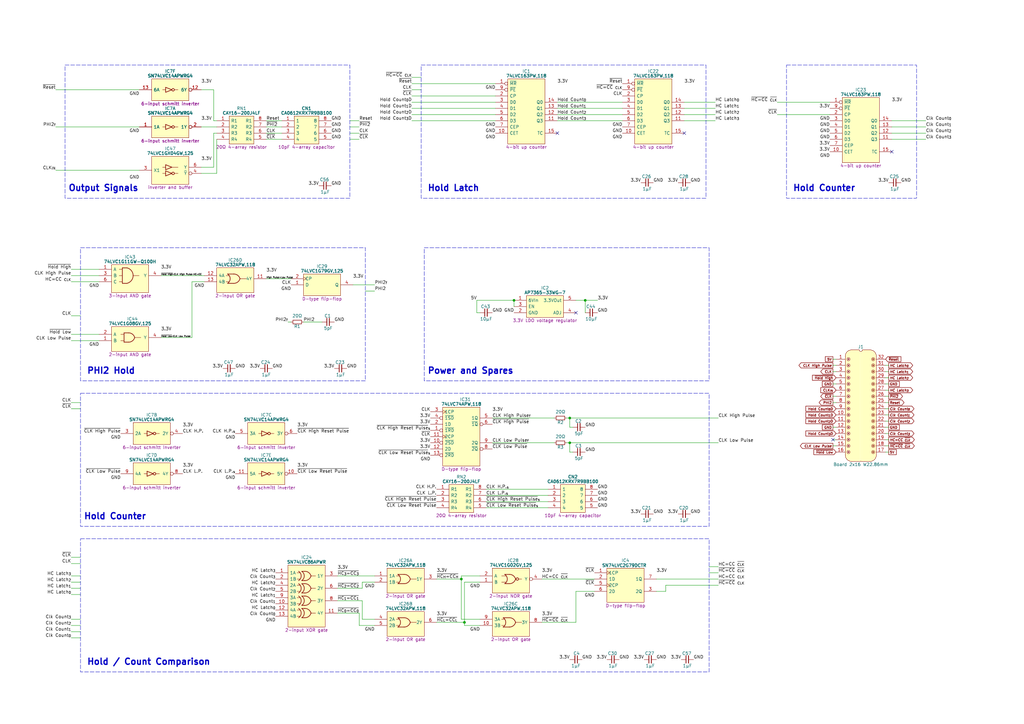
<source format=kicad_sch>
(kicad_sch (version 20250114) (generator "eeschema") (generator_version "9.0")
  (paper "A3")
  (title_block (title "HCP65 W65C816 Clock Hold") (date "2024-05-11") (rev "V1"))
  (rectangle (start 33.02 161.29) (end 290.83 215.9) (stroke (width 0) (type dash)))
  (rectangle (start 172.72 26.67) (end 289.56 81.28) (stroke (width 0) (type dash)))
  (rectangle (start 33.02 101.6) (end 149.86 156.21) (stroke (width 0) (type dash)))
  (rectangle (start 173.99 101.6) (end 290.83 156.21) (stroke (width 0) (type dash)))
  (rectangle (start 322.58 26.67) (end 375.92 81.28) (stroke (width 0) (type dash)))
  (rectangle (start 26.67 26.67) (end 143.51 81.28) (stroke (width 0) (type dash)))
  (rectangle (start 33.02 220.98) (end 290.83 275.59) (stroke (width 0) (type dash)))
  (text "Output Signals" (at 27.94 78.74 0) (effects (font (size 2.54 2.54) (thickness 0.508) (bold yes)) (justify left bottom)))
  (text "Power and Spares" (at 175.26 153.67 0) (effects (font (size 2.54 2.54) (thickness 0.508) (bold yes)) (justify left bottom)))
  (text "Hold Counter" (at 325.12 78.74 0) (effects (font (size 2.54 2.54) (thickness 0.508) (bold yes)) (justify left bottom)))
  (text "PHI2 Hold" (at 35.56 153.67 0) (effects (font (size 2.54 2.54) (thickness 0.508) (bold yes)) (justify left bottom)))
  (text "Hold / Count Comparison" (at 35.56 273.05 0) (effects (font (size 2.54 2.54) (thickness 0.508) (bold yes)) (justify left bottom)))
  (text "Hold Counter" (at 34.29 213.36 0) (effects (font (size 2.54 2.54) (thickness 0.508) (bold yes)) (justify left bottom)))
  (text "Hold Latch" (at 175.26 78.74 0) (effects (font (size 2.54 2.54) (thickness 0.508) (bold yes)) (justify left bottom)))
  (junction (at 189.23 237.49))
  (junction (at 210.82 123.19))
  (junction (at 190.5 255.27))
  (junction (at 233.68 171.45))
  (junction (at 240.03 123.19))
  (junction (at 233.68 181.61))
  (no_connect (at 341.63 180.34))
  (no_connect (at 228.6 54.61))
  (no_connect (at 280.67 54.61))
  (no_connect (at 236.22 128.27))
  (no_connect (at 365.76 62.23))
  (wire (pts (xy 379.73 57.15) (xy 365.76 57.15)))
  (wire (pts (xy 341.63 182.88) (xy 342.9 182.88)))
  (wire (pts (xy 363.22 149.86) (xy 364.49 149.86)))
  (wire (pts (xy 233.68 181.61) (xy 294.64 181.61)))
  (wire (pts (xy 341.63 147.32) (xy 342.9 147.32)))
  (wire (pts (xy 29.21 165.1) (xy 33.02 165.1)))
  (wire (pts (xy 168.91 44.45) (xy 203.2 44.45)))
  (wire (pts (xy 29.21 110.49) (xy 40.64 110.49)))
  (wire (pts (xy 236.22 255.27) (xy 222.25 255.27)))
  (wire (pts (xy 29.21 167.64) (xy 33.02 167.64)))
  (wire (pts (xy 148.59 254) (xy 153.67 254)))
  (wire (pts (xy 189.23 237.49) (xy 189.23 254)))
  (wire (pts (xy 222.25 237.49) (xy 243.84 237.49)))
  (wire (pts (xy 233.68 171.45) (xy 233.68 175.26)))
  (wire (pts (xy 233.68 175.26) (xy 234.95 175.26)))
  (wire (pts (xy 243.84 242.57) (xy 236.22 242.57)))
  (wire (pts (xy 29.21 113.03) (xy 40.64 113.03)))
  (wire (pts (xy 228.6 49.53) (xy 255.27 49.53)))
  (wire (pts (xy 189.23 236.22) (xy 196.85 236.22)))
  (wire (pts (xy 78.74 115.57) (xy 78.74 138.43)))
  (wire (pts (xy 341.63 149.86) (xy 342.9 149.86)))
  (wire (pts (xy 363.22 165.1) (xy 364.49 165.1)))
  (wire (pts (xy 228.6 44.45) (xy 255.27 44.45)))
  (wire (pts (xy 294.64 240.03) (xy 273.05 240.03)))
  (wire (pts (xy 148.59 238.76) (xy 153.67 238.76)))
  (wire (pts (xy 33.02 236.22) (xy 29.21 236.22)))
  (wire (pts (xy 168.91 31.75) (xy 172.72 31.75)))
  (wire (pts (xy 29.21 139.7) (xy 40.64 139.7)))
  (wire (pts (xy 33.02 261.62) (xy 29.21 261.62)))
  (wire (pts (xy 293.37 49.53) (xy 280.67 49.53)))
  (wire (pts (xy 88.9 57.15) (xy 88.9 71.12)))
  (wire (pts (xy 29.21 129.54) (xy 33.02 129.54)))
  (wire (pts (xy 138.43 251.46) (xy 147.32 251.46)))
  (wire (pts (xy 190.5 256.54) (xy 190.5 255.27)))
  (wire (pts (xy 33.02 241.3) (xy 29.21 241.3)))
  (wire (pts (xy 29.21 115.57) (xy 40.64 115.57)))
  (wire (pts (xy 364.49 175.26) (xy 363.22 175.26)))
  (wire (pts (xy 143.51 57.15) (xy 147.32 57.15)))
  (wire (pts (xy 83.82 115.57) (xy 78.74 115.57)))
  (wire (pts (xy 195.58 128.27) (xy 196.85 128.27)))
  (wire (pts (xy 143.51 49.53) (xy 147.32 49.53)))
  (wire (pts (xy 363.22 170.18) (xy 364.49 170.18)))
  (wire (pts (xy 363.22 160.02) (xy 364.49 160.02)))
  (wire (pts (xy 363.22 167.64) (xy 364.49 167.64)))
  (wire (pts (xy 168.91 39.37) (xy 203.2 39.37)))
  (wire (pts (xy 33.02 259.08) (xy 29.21 259.08)))
  (wire (pts (xy 363.22 182.88) (xy 364.49 182.88)))
  (wire (pts (xy 199.39 203.2) (xy 224.79 203.2)))
  (wire (pts (xy 179.07 255.27) (xy 190.5 255.27)))
  (wire (pts (xy 153.67 116.84) (xy 144.78 116.84)))
  (wire (pts (xy 341.63 157.48) (xy 342.9 157.48)))
  (wire (pts (xy 240.03 128.27) (xy 240.03 123.19)))
  (wire (pts (xy 363.22 152.4) (xy 364.49 152.4)))
  (wire (pts (xy 33.02 254) (xy 29.21 254)))
  (wire (pts (xy 228.6 46.99) (xy 255.27 46.99)))
  (wire (pts (xy 66.04 113.03) (xy 83.82 113.03)))
  (wire (pts (xy 88.9 71.12) (xy 82.55 71.12)))
  (wire (pts (xy 33.02 238.76) (xy 29.21 238.76)))
  (wire (pts (xy 318.77 46.99) (xy 340.36 46.99)))
  (wire (pts (xy 195.58 123.19) (xy 195.58 128.27)))
  (wire (pts (xy 379.73 52.07) (xy 365.76 52.07)))
  (wire (pts (xy 143.51 54.61) (xy 147.32 54.61)))
  (wire (pts (xy 138.43 241.3) (xy 148.59 241.3)))
  (wire (pts (xy 233.68 171.45) (xy 294.64 171.45)))
  (wire (pts (xy 201.93 181.61) (xy 227.33 181.61)))
  (wire (pts (xy 364.49 177.8) (xy 363.22 177.8)))
  (wire (pts (xy 29.21 231.14) (xy 33.02 231.14)))
  (wire (pts (xy 199.39 200.66) (xy 224.79 200.66)))
  (wire (pts (xy 22.86 69.85) (xy 57.15 69.85)))
  (wire (pts (xy 168.91 46.99) (xy 203.2 46.99)))
  (wire (pts (xy 379.73 54.61) (xy 365.76 54.61)))
  (wire (pts (xy 88.9 54.61) (xy 87.63 54.61)))
  (wire (pts (xy 199.39 205.74) (xy 224.79 205.74)))
  (wire (pts (xy 87.63 36.83) (xy 87.63 49.53)))
  (wire (pts (xy 273.05 240.03) (xy 273.05 242.57)))
  (wire (pts (xy 168.91 41.91) (xy 203.2 41.91)))
  (wire (pts (xy 168.91 36.83) (xy 172.72 36.83)))
  (wire (pts (xy 293.37 46.99) (xy 280.67 46.99)))
  (wire (pts (xy 189.23 237.49) (xy 179.07 237.49)))
  (wire (pts (xy 87.63 68.58) (xy 82.55 68.58)))
  (wire (pts (xy 236.22 242.57) (xy 236.22 255.27)))
  (wire (pts (xy 147.32 256.54) (xy 153.67 256.54)))
  (wire (pts (xy 318.77 41.91) (xy 340.36 41.91)))
  (wire (pts (xy 293.37 44.45) (xy 280.67 44.45)))
  (wire (pts (xy 364.49 162.56) (xy 363.22 162.56)))
  (wire (pts (xy 143.51 52.07) (xy 147.32 52.07)))
  (wire (pts (xy 341.63 162.56) (xy 342.9 162.56)))
  (wire (pts (xy 201.93 171.45) (xy 227.33 171.45)))
  (wire (pts (xy 190.5 238.76) (xy 190.5 255.27)))
  (wire (pts (xy 364.49 185.42) (xy 363.22 185.42)))
  (wire (pts (xy 109.22 114.3) (xy 119.38 114.3)))
  (wire (pts (xy 148.59 246.38) (xy 148.59 254)))
  (wire (pts (xy 147.32 251.46) (xy 147.32 256.54)))
  (wire (pts (xy 118.11 132.08) (xy 119.38 132.08)))
  (wire (pts (xy 210.82 123.19) (xy 210.82 125.73)))
  (wire (pts (xy 82.55 36.83) (xy 87.63 36.83)))
  (wire (pts (xy 290.83 234.95) (xy 294.64 234.95)))
  (wire (pts (xy 199.39 208.28) (xy 224.79 208.28)))
  (wire (pts (xy 290.83 232.41) (xy 294.64 232.41)))
  (wire (pts (xy 138.43 246.38) (xy 148.59 246.38)))
  (wire (pts (xy 196.85 256.54) (xy 190.5 256.54)))
  (wire (pts (xy 233.68 171.45) (xy 232.41 171.45)))
  (wire (pts (xy 363.22 180.34) (xy 364.49 180.34)))
  (wire (pts (xy 82.55 52.07) (xy 88.9 52.07)))
  (wire (pts (xy 195.58 123.19) (xy 210.82 123.19)))
  (wire (pts (xy 22.86 52.07) (xy 57.15 52.07)))
  (wire (pts (xy 168.91 49.53) (xy 203.2 49.53)))
  (wire (pts (xy 233.68 185.42) (xy 234.95 185.42)))
  (wire (pts (xy 115.57 49.53) (xy 109.22 49.53)))
  (wire (pts (xy 236.22 123.19) (xy 240.03 123.19)))
  (wire (pts (xy 87.63 54.61) (xy 87.63 68.58)))
  (wire (pts (xy 33.02 243.84) (xy 29.21 243.84)))
  (wire (pts (xy 149.86 119.38) (xy 153.67 119.38)))
  (wire (pts (xy 148.59 241.3) (xy 148.59 238.76)))
  (wire (pts (xy 196.85 254) (xy 189.23 254)))
  (wire (pts (xy 87.63 49.53) (xy 88.9 49.53)))
  (wire (pts (xy 189.23 236.22) (xy 189.23 237.49)))
  (wire (pts (xy 29.21 228.6) (xy 33.02 228.6)))
  (wire (pts (xy 363.22 154.94) (xy 364.49 154.94)))
  (wire (pts (xy 293.37 41.91) (xy 280.67 41.91)))
  (wire (pts (xy 22.86 36.83) (xy 57.15 36.83)))
  (wire (pts (xy 66.04 138.43) (xy 78.74 138.43)))
  (wire (pts (xy 233.68 181.61) (xy 233.68 185.42)))
  (wire (pts (xy 240.03 123.19) (xy 245.11 123.19)))
  (wire (pts (xy 168.91 34.29) (xy 203.2 34.29)))
  (wire (pts (xy 124.46 132.08) (xy 132.08 132.08)))
  (wire (pts (xy 115.57 54.61) (xy 109.22 54.61)))
  (wire (pts (xy 341.63 165.1) (xy 342.9 165.1)))
  (wire (pts (xy 228.6 41.91) (xy 255.27 41.91)))
  (wire (pts (xy 341.63 180.34) (xy 342.9 180.34)))
  (wire (pts (xy 364.49 157.48) (xy 363.22 157.48)))
  (wire (pts (xy 196.85 238.76) (xy 190.5 238.76)))
  (wire (pts (xy 115.57 57.15) (xy 109.22 57.15)))
  (wire (pts (xy 138.43 236.22) (xy 153.67 236.22)))
  (wire (pts (xy 341.63 175.26) (xy 342.9 175.26)))
  (wire (pts (xy 33.02 256.54) (xy 29.21 256.54)))
  (wire (pts (xy 294.64 237.49) (xy 269.24 237.49)))
  (wire (pts (xy 341.63 152.4) (xy 342.9 152.4)))
  (wire (pts (xy 29.21 137.16) (xy 40.64 137.16)))
  (wire (pts (xy 115.57 52.07) (xy 109.22 52.07)))
  (wire (pts (xy 273.05 242.57) (xy 269.24 242.57)))
  (wire (pts (xy 233.68 181.61) (xy 232.41 181.61)))
  (wire (pts (xy 363.22 172.72) (xy 364.49 172.72)))
  (wire (pts (xy 379.73 49.53) (xy 365.76 49.53)))
  (label "3.3V" (at 121.92 191.77 0))
  (label "GND" (at 238.76 270.51 0))
  (label "~{CLK Low Pulse}" (at 201.93 184.15 0))
  (label "GND" (at 267.97 74.93 0))
  (label "GND" (at 203.2 57.15 180))
  (label "~{CLK High Reset Pulse}" (at 179.07 205.74 180))
  (label "3.3V" (at 82.55 66.04 0))
  (label "HC=CC _{CLK}" (at 29.21 115.57 180))
  (label "3.3V" (at 279.4 270.51 180))
  (label "GND" (at 340.36 57.15 180))
  (label "3.3V" (at 245.11 123.19 0))
  (label "GND" (at 240.03 185.42 0))
  (label "GND" (at 245.11 128.27 0))
  (label "HC=CC _{CLK}" (at 294.64 237.49 0))
  (label "CLK L.P._{s}" (at 199.39 203.2 0))
  (label "HC Latch_{3}" (at 113.03 234.95 180))
  (label "GND" (at 203.2 54.61 180))
  (label "GND" (at 57.15 39.37 180))
  (label "3.3V" (at 364.49 74.93 180))
  (label "GND" (at 369.57 74.93 0))
  (label "~{HC_{3}=CC_{3}}" (at 138.43 236.22 0))
  (label "~{CLK High Reset Pulse}_{s}" (at 199.39 205.74 0))
  (label "~{CLK}" (at 176.53 179.07 180))
  (label "GND" (at 340.36 49.53 180))
  (label "GND" (at 111.76 151.13 0))
  (label "~{HC_{1}=CC_{1}}" (at 138.43 246.38 0))
  (label "GND" (at 267.97 210.82 0))
  (label "3.3V" (at 233.68 270.51 180))
  (label "GND" (at 245.11 203.2 0))
  (label "GND" (at 135.89 49.53 0))
  (label "3.3V" (at 179.07 234.95 0))
  (label "GND" (at 57.15 73.66 180))
  (label "GND" (at 119.38 119.38 180))
  (label "Clk Count_{2}" (at 379.73 54.61 0))
  (label "~{HC_{H}=CC_{H}}" (at 179.07 237.49 0))
  (label "3.3V" (at 176.53 184.15 180))
  (label "GND" (at 245.11 200.66 0))
  (label "3.3V" (at 365.76 41.91 0))
  (label "HC Latch_{1}" (at 29.21 241.3 180))
  (label "CLK" (at 255.27 39.37 180))
  (label "CLK High Pulse" (at 29.21 113.03 180))
  (label "~{HC_{0}=CC_{0}}" (at 138.43 251.46 0))
  (label "CLK_{IN}" (at 22.86 69.85 180))
  (label "CLK" (at 29.21 165.1 180))
  (label "GND" (at 255.27 52.07 180))
  (label "3.3V" (at 121.92 175.26 0))
  (label "HC Latch_{3}" (at 29.21 236.22 180))
  (label "Clk Count_{0}" (at 113.03 252.73 180))
  (label "GND" (at 269.24 270.51 0))
  (label "GND" (at 201.93 128.27 0))
  (label "Hold Count_{1}" (at 228.6 44.45 0))
  (label "~{CLK}" (at 318.77 46.99 180))
  (label "Clk Count_{2}" (at 113.03 242.57 180))
  (label "3.3V" (at 222.25 252.73 0))
  (label "CLK" (at 176.53 168.91 180))
  (label "HC Latch_{0}" (at 29.21 243.84 180))
  (label "GND" (at 83.82 118.11 180))
  (label "GND" (at 96.52 180.34 180))
  (label "~{HC_{L}=CC_{L}}" (at 179.07 255.27 0))
  (label "3.3V" (at 179.07 252.73 0))
  (label "~{CLK High Reset Pulse}" (at 121.92 177.8 0))
  (label "CLK High Pulse" (at 294.64 171.45 0))
  (label "~{CLK}" (at 168.91 39.37 180))
  (label "GND" (at 96.52 196.85 180))
  (label "CLK H.P._{s}" (at 96.52 177.8 180))
  (label "~{HC=CC} _{~{CLK}}" (at 318.77 41.91 180))
  (label "GND" (at 284.48 270.51 0))
  (label "GND" (at 245.11 208.28 0))
  (label "PHI2_{f}" (at 22.86 52.07 180))
  (label "GND" (at 96.52 151.13 0))
  (label "GND" (at 283.21 74.93 0))
  (label "PHI2_{f}" (at 153.67 116.84 0))
  (label "GND" (at 153.67 259.08 180))
  (label "3.3V" (at 138.43 233.68 0))
  (label "Hold Count_{1}D" (at 168.91 44.45 180))
  (label "CLK" (at 119.38 116.84 180))
  (label "3.3V" (at 340.36 62.23 180))
  (label "~{Reset}" (at 168.91 34.29 180))
  (label "Hold Count_{0}" (at 228.6 41.91 0))
  (label "3.3V" (at 176.53 171.45 180))
  (label "Hold Count_{2}" (at 228.6 46.99 0))
  (label "~{HC=CC} _{~{CLK}}" (at 222.25 255.27 0))
  (label "GND" (at 340.36 52.07 180))
  (label "Reset" (at 109.22 49.53 0))
  (label "~{HC_{2}=CC_{2}}" (at 138.43 241.3 0))
  (label "Clk Count_{1}" (at 379.73 52.07 0))
  (label "~{HC=CC} _{CLK}" (at 168.91 31.75 180))
  (label "~{CLK High Reset Pulse}_{s}" (at 176.53 176.53 180))
  (label "3.3V" (at 228.6 34.29 0))
  (label "3.3V" (at 248.92 270.51 180))
  (label "HC=CC _{~{CLK}}" (at 294.64 232.41 0))
  (label "Clk Count_{3}" (at 29.21 254 180))
  (label "GND" (at 40.64 118.11 180))
  (label "GND" (at 57.15 54.61 180))
  (label "CLK" (at 109.22 54.61 0))
  (label "CLK H.P." (at 179.07 200.66 180))
  (label "GND" (at 176.53 189.23 180))
  (label "3.3V" (at 91.44 151.13 180))
  (label "Clk Count_{0}" (at 29.21 261.62 180))
  (label "3.3V" (at 82.55 49.53 0))
  (label "3.3V" (at 130.81 76.2 180))
  (label "~{HC=CC} _{~{CLK}}" (at 294.64 234.95 0))
  (label "3.3V" (at 82.55 34.29 0))
  (label "Hold Count_{3}" (at 228.6 49.53 0))
  (label "PHI2" (at 153.67 119.38 0))
  (label "3.3V" (at 74.93 191.77 0))
  (label "3.3V" (at 106.68 151.13 180))
  (label "PHI2" (at 124.46 132.08 0))
  (label "3.3V" (at 109.22 111.76 0))
  (label "3.3V" (at 278.13 210.82 180))
  (label "~{Hold High}" (at 29.21 110.49 180))
  (label "~{CLK Low Reset Pulse}_{s}" (at 176.53 186.69 180))
  (label "~{Hold Low}" (at 29.21 137.16 180))
  (label "HC Latch_{2}" (at 113.03 240.03 180))
  (label "Hold Count_{2}D" (at 168.91 46.99 180))
  (label "HC Latch_{0}" (at 113.03 250.19 180))
  (label "~{Reset}" (at 255.27 34.29 180))
  (label "GND" (at 49.53 196.85 180))
  (label "GND" (at 153.67 241.3 180))
  (label "CLK" (at 147.32 54.61 0))
  (label "HC=CC _{~{CLK}}" (at 222.25 237.49 0))
  (label "GND" (at 113.03 255.27 180))
  (label "3.3V" (at 264.16 270.51 180))
  (label "3.3V" (at 222.25 234.95 0))
  (label "3.3V" (at 66.04 110.49 0))
  (label "GND" (at 340.36 54.61 180))
  (label "HC Latch_{3}" (at 293.37 49.53 0))
  (label "3.3V" (at 269.24 234.95 0))
  (label "3.3V" (at 278.13 74.93 180))
  (label "~{CLK}" (at 147.32 57.15 0))
  (label "GND" (at 203.2 52.07 180))
  (label "~{Reset}" (at 22.86 36.83 180))
  (label "CLK" (at 168.91 36.83 180))
  (label "GND" (at 255.27 54.61 180))
  (label "Reset" (at 147.32 49.53 0))
  (label "~{CLK Low Reset Pulse}" (at 179.07 208.28 180))
  (label "~{CLK Low Pulse}" (at 49.53 194.31 180))
  (label "Hold Count_{0}D" (at 168.91 41.91 180))
  (label "3.3V" (at 176.53 173.99 180))
  (label "GND" (at 137.16 132.08 0))
  (label "GND" (at 196.85 241.3 180))
  (label "HC Latch_{0}" (at 293.37 41.91 0))
  (label "GND" (at 135.89 52.07 0))
  (label "GND" (at 40.64 142.24 180))
  (label "GND" (at 135.89 76.2 0))
  (label "~{Hold High}·CLK High Pulse·HC=CC" (at 66.04 113.03 0) (effects (font (size 0.635 0.635))))
  (label "GND" (at 340.36 64.77 180))
  (label "3.3V" (at 137.16 151.13 180))
  (label "~{HC=CC} _{CLK}" (at 255.27 36.83 180))
  (label "~{CLK}" (at 243.84 234.95 180))
  (label "~{CLK Low Reset Pulse}" (at 121.92 194.31 0))
  (label "High Pulse+Low Pulse" (at 109.22 114.3 0) (effects (font (size 0.635 0.635))))
  (label "CLK H.P._{s}" (at 199.39 200.66 0))
  (label "GND" (at 255.27 57.15 180))
  (label "~{PHI2}" (at 147.32 52.07 0))
  (label "~{CLK Low Reset Pulse}_{s}" (at 199.39 208.28 0))
  (label "GND" (at 254 270.51 0))
  (label "5V" (at 195.58 123.19 180))
  (label "GND" (at 283.21 210.82 0))
  (label "GND" (at 245.11 205.74 0))
  (label "~{CLK}" (at 243.84 240.03 180))
  (label "3.3V" (at 144.78 114.3 0))
  (label "CLK" (at 29.21 231.14 180))
  (label "3.3V" (at 66.04 135.89 0))
  (label "~{PHI2}" (at 109.22 52.07 0))
  (label "~{CLK}" (at 29.21 167.64 180))
  (label "Clk Count_{1}" (at 113.03 247.65 180))
  (label "Clk Count_{1}" (at 29.21 259.08 180))
  (label "CLK Low Pulse" (at 294.64 181.61 0))
  (label "CLK L.P." (at 74.93 194.31 0))
  (label "HC Latch_{2}" (at 293.37 46.99 0))
  (label "3.3V" (at 262.89 74.93 180))
  (label "Hold Count_{3}D" (at 168.91 49.53 180))
  (label "GND" (at 243.84 245.11 180))
  (label "CLK High Pulse_{f}" (at 201.93 171.45 0))
  (label "3.3V" (at 280.67 34.29 0))
  (label "~{CLK}" (at 109.22 57.15 0))
  (label "CLK H.P." (at 74.93 177.8 0))
  (label "3.3V" (at 74.93 175.26 0))
  (label "HC Latch_{2}" (at 29.21 238.76 180))
  (label "GND" (at 203.2 36.83 180))
  (label "GND" (at 49.53 180.34 180))
  (label "GND" (at 240.03 175.26 0))
  (label "Clk Count_{3}" (at 379.73 57.15 0))
  (label "~{CLK}" (at 29.21 228.6 180))
  (label "CLK L.P._{s}" (at 96.52 194.31 180))
  (label "CLK Low Pulse" (at 29.21 139.7 180))
  (label "CLK" (at 29.21 129.54 180))
  (label "3.3V" (at 262.89 210.82 180))
  (label "3.3V" (at 340.36 44.45 180))
  (label "3.3V" (at 176.53 181.61 180))
  (label "HC Latch_{1}" (at 113.03 245.11 180))
  (label "GND" (at 142.24 151.13 0))
  (label "GND" (at 135.89 54.61 0))
  (label "3.3V" (at 201.93 168.91 0))
  (label "PHI2_{f}" (at 118.11 132.08 180))
  (label "GND" (at 210.82 128.27 180))
  (label "~{CLK High Pulse}" (at 201.93 173.99 0))
  (label "Clk Count_{2}" (at 29.21 256.54 180))
  (label "GND" (at 135.89 57.15 0))
  (label "Clk Count_{3}" (at 113.03 237.49 180))
  (label "~{Hold Low}·CLK Low Pulse" (at 66.04 138.43 0) (effects (font (size 0.635 0.635))))
  (label "GND" (at 196.85 259.08 180))
  (label "~{CLK High Pulse}" (at 49.53 177.8 180))
  (label "CLK Low Pulse_{f}" (at 201.93 181.61 0))
  (label "~{HC=CC} _{CLK}" (at 294.64 240.03 0))
  (label "3.3V" (at 340.36 59.69 180))
  (label "CLK L.P." (at 179.07 203.2 180))
  (label "HC Latch_{1}" (at 293.37 44.45 0))
  (label "Clk Count_{0}" (at 379.73 49.53 0))
  (global_label "CLK_{IN}" (shape input) (at 342.9 160.02 180) (effects (font (size 1 1) (thickness 0.2) (bold yes))) (property "Intersheetrefs" "${INTERSHEET_REFS}" (effects (hide yes))))
  (global_label "Clk Count_{1}" (shape output) (at 364.49 170.18 0) (effects (font (size 1 1) (thickness 0.2) (bold yes) (italic yes))) (property "Intersheetrefs" "${INTERSHEET_REFS}" (effects (hide yes))))
  (global_label "Clk Count_{3}" (shape output) (at 364.49 177.8 0) (effects (font (size 1 1) (thickness 0.2) (bold yes) (italic yes))) (property "Intersheetrefs" "${INTERSHEET_REFS}" (effects (hide yes))))
  (global_label "5V" (shape passive) (at 364.49 185.42 0) (effects (font (size 1 1) (thickness 0.2) (bold yes))) (property "Intersheetrefs" "${INTERSHEET_REFS}" (effects (hide yes))))
  (global_label "Clk Count_{2}" (shape output) (at 364.49 172.72 0) (effects (font (size 1 1) (thickness 0.2) (bold yes) (italic yes))) (property "Intersheetrefs" "${INTERSHEET_REFS}" (effects (hide yes))))
  (global_label "~{Hold Low}" (shape input) (at 342.9 185.42 180) (effects (font (size 1 1) (thickness 0.2) (bold yes))) (property "Intersheetrefs" "${INTERSHEET_REFS}" (effects (hide yes))))
  (global_label "~{CLK}" (shape output) (at 341.63 162.56 180) (effects (font (size 1 1) (thickness 0.2) (bold yes))) (property "Intersheetrefs" "${INTERSHEET_REFS}" (effects (hide yes))))
  (global_label "~{Hold High}" (shape input) (at 342.9 154.94 180) (effects (font (size 1 1) (thickness 0.2) (bold yes))) (property "Intersheetrefs" "${INTERSHEET_REFS}" (effects (hide yes))))
  (global_label "5V" (shape passive) (at 341.63 147.32 180) (effects (font (size 1 1) (thickness 0.2) (bold yes))) (property "Intersheetrefs" "${INTERSHEET_REFS}" (effects (hide yes))))
  (global_label "Hold Count_{1}D" (shape input) (at 342.9 170.18 180) (effects (font (size 1 1) (thickness 0.2) (bold yes))) (property "Intersheetrefs" "${INTERSHEET_REFS}" (effects (hide yes))))
  (global_label "PHI2" (shape output) (at 341.63 165.1 180) (effects (font (size 1 1) (thickness 0.2) (bold yes))) (property "Intersheetrefs" "${INTERSHEET_REFS}" (effects (hide yes))))
  (global_label "GND" (shape passive) (at 364.49 157.48 0) (effects (font (size 1 1) (thickness 0.2) (bold yes))) (property "Intersheetrefs" "${INTERSHEET_REFS}" (effects (hide yes))))
  (global_label "GND" (shape passive) (at 364.49 175.26 0) (effects (font (size 1 1) (thickness 0.2) (bold yes))) (property "Intersheetrefs" "${INTERSHEET_REFS}" (effects (hide yes))))
  (global_label "Hold Count_{0}D" (shape input) (at 342.9 167.64 180) (effects (font (size 1 1) (thickness 0.2) (bold yes))) (property "Intersheetrefs" "${INTERSHEET_REFS}" (effects (hide yes))))
  (global_label "CLK" (shape output) (at 341.63 152.4 180) (effects (font (size 1 1) (thickness 0.2) (bold yes))) (property "Intersheetrefs" "${INTERSHEET_REFS}" (effects (hide yes))))
  (global_label "Hold Count_{3}D" (shape input) (at 342.9 177.8 180) (effects (font (size 1 1) (thickness 0.2) (bold yes))) (property "Intersheetrefs" "${INTERSHEET_REFS}" (effects (hide yes))))
  (global_label "GND" (shape passive) (at 341.63 157.48 180) (effects (font (size 1 1) (thickness 0.2) (bold yes))) (property "Intersheetrefs" "${INTERSHEET_REFS}" (effects (hide yes))))
  (global_label "GND" (shape passive) (at 341.63 175.26 180) (effects (font (size 1 1) (thickness 0.2) (bold yes))) (property "Intersheetrefs" "${INTERSHEET_REFS}" (effects (hide yes))))
  (global_label "~{HC=CC} _{~{CLK}}" (shape output) (at 364.49 182.88 0) (effects (font (size 1 1) (thickness 0.2) (bold yes) (italic yes))) (property "Intersheetrefs" "${INTERSHEET_REFS}" (effects (hide yes))))
  (global_label "~{Reset}" (shape input) (at 363.22 147.32 0) (effects (font (size 1 1) (thickness 0.2) (bold yes))) (property "Intersheetrefs" "${INTERSHEET_REFS}" (effects (hide yes))))
  (global_label "Hold Count_{2}D" (shape input) (at 342.9 172.72 180) (effects (font (size 1 1) (thickness 0.2) (bold yes))) (property "Intersheetrefs" "${INTERSHEET_REFS}" (effects (hide yes))))
  (global_label "Clk Count_{0}" (shape output) (at 364.49 167.64 0) (effects (font (size 1 1) (thickness 0.2) (bold yes) (italic yes))) (property "Intersheetrefs" "${INTERSHEET_REFS}" (effects (hide yes))))
  (global_label "HC Latch_{1}" (shape output) (at 364.49 152.4 0) (effects (font (size 1 1) (thickness 0.2) (bold yes) (italic yes))) (property "Intersheetrefs" "${INTERSHEET_REFS}" (effects (hide yes))))
  (global_label "CLK Low Pulse" (shape output) (at 341.63 182.88 180) (effects (font (size 1 1) (thickness 0.2) (bold yes) (italic yes))) (property "Intersheetrefs" "${INTERSHEET_REFS}" (effects (hide yes))))
  (global_label "HC Latch_{3}" (shape output) (at 364.49 160.02 0) (effects (font (size 1 1) (thickness 0.2) (bold yes) (italic yes))) (property "Intersheetrefs" "${INTERSHEET_REFS}" (effects (hide yes))))
  (global_label "HC Latch_{2}" (shape output) (at 364.49 154.94 0) (effects (font (size 1 1) (thickness 0.2) (bold yes) (italic yes))) (property "Intersheetrefs" "${INTERSHEET_REFS}" (effects (hide yes))))
  (global_label "Reset" (shape output) (at 364.49 165.1 0) (effects (font (size 1 1) (thickness 0.2) (bold yes))) (property "Intersheetrefs" "${INTERSHEET_REFS}" (effects (hide yes))))
  (global_label "HC Latch_{0}" (shape output) (at 364.49 149.86 0) (effects (font (size 1 1) (thickness 0.2) (bold yes) (italic yes))) (property "Intersheetrefs" "${INTERSHEET_REFS}" (effects (hide yes))))
  (global_label "CLK High Pulse" (shape output) (at 341.63 149.86 180) (effects (font (size 1 1) (thickness 0.2) (bold yes) (italic yes))) (property "Intersheetrefs" "${INTERSHEET_REFS}" (effects (hide yes))))
  (global_label "HC=CC _{~{CLK}}" (shape output) (at 364.49 180.34 0) (effects (font (size 1 1) (thickness 0.2) (bold yes) (italic yes))) (property "Intersheetrefs" "${INTERSHEET_REFS}" (effects (hide yes))))
  (global_label "~{PHI2}" (shape output) (at 364.49 162.56 0) (effects (font (size 1 1) (thickness 0.2) (bold yes))) (property "Intersheetrefs" "${INTERSHEET_REFS}" (effects (hide yes))))
  (symbol (lib_id "Bourns:CAY16-200J4LF") (at 88.9 49.53 0) (unit 1)
    (property "Reference" "RN1" (at 99.06 44.45 0))
    (property "Value" "CAY16-200J4LF" (at 99.06 46.355 0) (effects (font (bold yes))))
    (property "Footprint" "SamacSys_Parts:CAY16-F4" (effects (hide yes)))
    (property "Datasheet" "https://www.bourns.com/pdfs/CATCAY.pdf" (effects (hide yes)))
    (property "Description" "20Ω 4-array resistor" (at 99.06 60.325 0))
    (property "Manufacturer_Name" "Bourns" (effects (hide yes)))
    (property "Manufacturer_Part_Number" "CAY16-331J4LF" (effects (hide yes)))
    (property "Mouser Part Number" "652-CAY16-331J4LF" (effects (hide yes)))
    (property "Mouser Price/Stock" "https://www.mouser.co.uk/ProductDetail/Bourns/CAY16-331J4LF?qs=S%2FtQCknEyz%2FCCx8IkpB2bQ%3D%3D" (effects (hide yes)))
    (property "Silkscreen" "20Ω" (effects (hide yes)))
  )
  (symbol (lib_id "Texas_Instruments:SN74LVC14APWRG4 _Multi") (at 96.52 177.8 0) (unit 3)
    (property "Reference" "IC7" (at 109.22 170.18 0))
    (property "Value" "SN74LVC14APWRG4" (at 109.22 172.085 0) (effects (font (bold yes))))
    (property "Footprint" "SamacSys_Parts:SOP65P640X110-14N" (effects (hide yes)))
    (property "Datasheet" "https://www.ti.com/lit/ds/symlink/sn54lvc14a-sp.pdf?HQS=dis-mous-null-mousermode-dsf-pf-null-wwe&ts=1698388139196&ref_url=https%253A%252F%252Fwww.mouser.de%252F" (effects (hide yes)))
    (property "Description" "6-input schmitt inverter" (at 109.22 183.515 0))
    (property "Height" "1.1" (effects (hide yes)))
    (property "Manufacturer_Name" "Nexperia" (effects (hide yes)))
    (property "Manufacturer_Part_Number" "SN74LVC14APWRG4 " (effects (hide yes)))
    (property "Mouser Part Number" "SN74LVC14APWRG4 " (effects (hide yes)))
    (property "Mouser Price/Stock" "https://www.mouser.co.uk/ProductDetail/Nexperia/74LVC04APW118?qs=me8TqzrmIYUA5zXidd9%2F4g%3D%3D" (effects (hide yes)))
    (property "Silkscreen" "74LVC14" (effects (hide yes)))
  )
  (symbol (lib_id "Nexperia:74LVC32APW,118_Multi") (at 153.67 236.22 0) (unit 1)
    (property "Reference" "IC26" (at 166.37 229.87 0))
    (property "Value" "74LVC32APW,118" (at 166.37 231.775 0) (effects (font (bold yes))))
    (property "Footprint" "SamacSys_Parts:SOP65P640X110-14N" (effects (hide yes)))
    (property "Datasheet" "https://assets.nexperia.com/documents/data-sheet/74LVC32A.pdf" (effects (hide yes)))
    (property "Description" "2-input OR gate" (at 166.37 244.475 0))
    (property "Height" "1.1" (effects (hide yes)))
    (property "Manufacturer_Name" "Nexperia" (effects (hide yes)))
    (property "Manufacturer_Part_Number" "74LVC32APW,118" (effects (hide yes)))
    (property "Mouser Part Number" "771-74LVC32APW-T" (effects (hide yes)))
    (property "Mouser Price/Stock" "https://www.mouser.com/Search/Refine.aspx?Keyword=771-74LVC32APW-T" (effects (hide yes)))
    (property "Silkscreen" "74LVC32" (effects (hide yes)))
  )
  (symbol (lib_id "HCP65:C_0805") (at 364.49 74.93 0) (unit 1)
    (property "Reference" "C25" (at 366.776 72.39 0))
    (property "Value" "1μF" (at 367.03 77.47 0))
    (property "Footprint" "SamacSys_Parts:C_0805" (effects (hide yes)))
  )
  (symbol (lib_id "Nexperia:74LVC163PW,118") (at 203.2 34.29 0) (unit 1)
    (property "Reference" "IC1" (at 215.9 29.21 0))
    (property "Value" "74LVC163PW,118" (at 215.9 31.115 0) (effects (font (bold yes))))
    (property "Footprint" "SamacSys_Parts:SOP65P640X110-16N" (effects (hide yes)))
    (property "Datasheet" "https://assets.nexperia.com/documents/data-sheet/74LVC163.pdf" (effects (hide yes)))
    (property "Description" "4-bit up counter" (at 215.9 60.325 0))
    (property "Height" "1.1" (effects (hide yes)))
    (property "Mouser Part Number" "771-74LVC163PW-T" (effects (hide yes)))
    (property "Mouser Price/Stock" "https://www.mouser.co.uk/ProductDetail/Nexperia/74LVC163PW118?qs=me8TqzrmIYUWRf9xrCNBjw%3D%3D" (effects (hide yes)))
    (property "Manufacturer_Name" "Nexperia" (effects (hide yes)))
    (property "Manufacturer_Part_Number" "74LVC163PW,118" (effects (hide yes)))
    (property "Silkscreen" "74LVC163" (effects (hide yes)))
    (property "Garbage" "74LVC163 - Presettable synchronous 4-bit binary counter; synchronous reset@en-us" (effects (hide yes)))
  )
  (symbol (lib_id "Nexperia:74LVC1G02GV,125") (at 196.85 236.22 0) (unit 1)
    (property "Reference" "IC28" (at 208.28 229.87 0) (effects (justify left)))
    (property "Value" "74LVC1G02GV,125" (at 200.66 231.775 0) (effects (font (bold yes)) (justify left)))
    (property "Footprint" "SamacSys_Parts:SOT95P275X110-5N" (effects (hide yes)))
    (property "Datasheet" "https://assets.nexperia.com/documents/data-sheet/74LVC1G02.pdf" (effects (hide yes)))
    (property "Description" "2-input NOR gate" (at 200.66 244.475 0) (effects (justify left)))
    (property "Height" "1.1" (effects (hide yes)))
    (property "Manufacturer_Name" "Nexperia" (effects (hide yes)))
    (property "Manufacturer_Part_Number" "74LVC1G02GV,125" (effects (hide yes)))
    (property "Mouser Part Number" "771-LVC1G02GV125" (effects (hide yes)))
    (property "Mouser Price/Stock" "https://www.mouser.co.uk/ProductDetail/Nexperia/74LVC1G02GV125?qs=me8TqzrmIYX6GMf4PLx9gg%3D%3D" (effects (hide yes)))
    (property "Silkscreen" "'1G02" (effects (hide yes)))
  )
  (symbol (lib_id "Texas_Instruments:SN74LVC14APWRG4 _Multi") (at 49.53 194.31 0) (unit 4)
    (property "Reference" "IC7" (at 62.23 186.69 0))
    (property "Value" "SN74LVC14APWRG4" (at 62.23 188.595 0) (effects (font (bold yes))))
    (property "Footprint" "SamacSys_Parts:SOP65P640X110-14N" (effects (hide yes)))
    (property "Datasheet" "https://www.ti.com/lit/ds/symlink/sn54lvc14a-sp.pdf?HQS=dis-mous-null-mousermode-dsf-pf-null-wwe&ts=1698388139196&ref_url=https%253A%252F%252Fwww.mouser.de%252F" (effects (hide yes)))
    (property "Description" "6-input schmitt inverter" (at 62.23 200.025 0))
    (property "Height" "1.1" (effects (hide yes)))
    (property "Manufacturer_Name" "Nexperia" (effects (hide yes)))
    (property "Manufacturer_Part_Number" "SN74LVC14APWRG4 " (effects (hide yes)))
    (property "Mouser Part Number" "SN74LVC14APWRG4 " (effects (hide yes)))
    (property "Mouser Price/Stock" "https://www.mouser.co.uk/ProductDetail/Nexperia/74LVC04APW118?qs=me8TqzrmIYUA5zXidd9%2F4g%3D%3D" (effects (hide yes)))
    (property "Silkscreen" "74LVC14" (effects (hide yes)))
  )
  (symbol (lib_id "HCP65:C_0805") (at 240.03 128.27 0) (unit 1)
    (property "Reference" "C44" (at 242.316 125.73 0))
    (property "Value" "10μF" (at 242.57 130.81 0))
    (property "Footprint" "SamacSys_Parts:C_0805" (effects (hide yes)))
  )
  (symbol (lib_id "HCP65:C_0805") (at 262.89 74.93 0) (unit 1)
    (property "Reference" "C26" (at 265.176 72.39 0))
    (property "Value" "1μF" (at 265.43 77.47 0))
    (property "Footprint" "SamacSys_Parts:C_0805" (effects (hide yes)))
  )
  (symbol (lib_id "Nexperia:74LVC163PW,118") (at 255.27 34.29 0) (unit 1)
    (property "Reference" "IC22" (at 267.97 29.21 0))
    (property "Value" "74LVC163PW,118" (at 267.97 31.115 0) (effects (font (bold yes))))
    (property "Footprint" "SamacSys_Parts:SOP65P640X110-16N" (effects (hide yes)))
    (property "Datasheet" "https://assets.nexperia.com/documents/data-sheet/74LVC163.pdf" (effects (hide yes)))
    (property "Description" "4-bit up counter" (at 267.97 60.325 0))
    (property "Height" "1.1" (effects (hide yes)))
    (property "Mouser Part Number" "771-74LVC163PW-T" (effects (hide yes)))
    (property "Mouser Price/Stock" "https://www.mouser.co.uk/ProductDetail/Nexperia/74LVC163PW118?qs=me8TqzrmIYUWRf9xrCNBjw%3D%3D" (effects (hide yes)))
    (property "Manufacturer_Name" "Nexperia" (effects (hide yes)))
    (property "Manufacturer_Part_Number" "74LVC163PW,118" (effects (hide yes)))
    (property "Silkscreen" "74LVC163" (effects (hide yes)))
    (property "Garbage" "74LVC163 - Presettable synchronous 4-bit binary counter; synchronous reset@en-us" (effects (hide yes)))
  )
  (symbol (lib_id "HCP65:C_0805") (at 278.13 74.93 0) (unit 1)
    (property "Reference" "C28" (at 280.416 72.39 0))
    (property "Value" "1μF" (at 280.67 77.47 0))
    (property "Footprint" "SamacSys_Parts:C_0805" (effects (hide yes)))
  )
  (symbol (lib_id "HCP65:C_0805") (at 264.16 270.51 0) (unit 1)
    (property "Reference" "C27" (at 266.446 267.97 0))
    (property "Value" "1μF" (at 266.7 273.05 0))
    (property "Footprint" "SamacSys_Parts:C_0805" (effects (hide yes)))
  )
  (symbol (lib_id "HCP65:C_0805") (at 106.68 151.13 0) (unit 1)
    (property "Reference" "C24" (at 108.966 148.59 0))
    (property "Value" "1μF" (at 109.22 153.67 0))
    (property "Footprint" "SamacSys_Parts:C_0805" (effects (hide yes)))
  )
  (symbol (lib_id "HCP65:C_0805") (at 196.85 128.27 0) (unit 1)
    (property "Reference" "C43" (at 199.136 125.73 0))
    (property "Value" "10μF" (at 199.39 130.81 0))
    (property "Footprint" "SamacSys_Parts:C_0805" (effects (hide yes)))
  )
  (symbol (lib_id "HCP65:R_0805") (at 232.41 181.61 180) (unit 1)
    (property "Reference" "R3" (at 229.87 183.388 0))
    (property "Value" "20Ω" (at 229.87 179.07 0))
    (property "Footprint" "SamacSys_Parts:R_0805" (effects (hide yes)))
  )
  (symbol (lib_id "Nexperia:74LVC1G79GV,125") (at 119.38 114.3 0) (unit 1)
    (property "Reference" "IC29" (at 132.08 109.22 0))
    (property "Value" "74LVC1G79GV,125" (at 132.08 111.125 0) (effects (font (bold yes))))
    (property "Footprint" "SamacSys_Parts:SOT95P275X110-5N" (effects (hide yes)))
    (property "Datasheet" "https://assets.nexperia.com/documents/data-sheet/74LVC1G79.pdf" (effects (hide yes)))
    (property "Description" "D-type flip-flop" (at 132.08 122.555 0))
    (property "Height" "1.1" (effects (hide yes)))
    (property "Mouser Part Number" "771-LVC1G79GV125" (effects (hide yes)))
    (property "Mouser Price/Stock" "https://www.mouser.co.uk/ProductDetail/Nexperia/74LVC1G79GV125?qs=me8TqzrmIYWqrHOjaDavgg%3D%3D" (effects (hide yes)))
    (property "Manufacturer_Name" "Nexperia" (effects (hide yes)))
    (property "Manufacturer_Part_Number" "74LVC1G79GV,125" (effects (hide yes)))
    (property "Silkscreen" "'1G79" (effects (hide yes)))
    (property "Garbage" "74LVC1G79 - Single D-type flip-flop; positive-edge trigger@en-us" (effects (hide yes)))
  )
  (symbol (lib_id "Texas_Instruments:SN74LVC14APWRG4 _Multi") (at 57.15 36.83 0) (unit 6)
    (property "Reference" "IC7" (at 69.85 29.21 0))
    (property "Value" "SN74LVC14APWRG4" (at 69.85 31.115 0) (effects (font (bold yes))))
    (property "Footprint" "SamacSys_Parts:SOP65P640X110-14N" (effects (hide yes)))
    (property "Datasheet" "https://www.ti.com/lit/ds/symlink/sn54lvc14a-sp.pdf?HQS=dis-mous-null-mousermode-dsf-pf-null-wwe&ts=1698388139196&ref_url=https%253A%252F%252Fwww.mouser.de%252F" (effects (hide yes)))
    (property "Description" "6-input schmitt inverter" (at 69.85 42.545 0))
    (property "Height" "1.1" (effects (hide yes)))
    (property "Manufacturer_Name" "Nexperia" (effects (hide yes)))
    (property "Manufacturer_Part_Number" "SN74LVC14APWRG4 " (effects (hide yes)))
    (property "Mouser Part Number" "SN74LVC14APWRG4 " (effects (hide yes)))
    (property "Mouser Price/Stock" "https://www.mouser.co.uk/ProductDetail/Nexperia/74LVC04APW118?qs=me8TqzrmIYUA5zXidd9%2F4g%3D%3D" (effects (hide yes)))
    (property "Silkscreen" "74LVC14" (effects (hide yes)))
  )
  (symbol (lib_id "Nexperia:74LVC32APW,118_Multi") (at 153.67 254 0) (unit 2)
    (property "Reference" "IC26" (at 166.37 247.65 0))
    (property "Value" "74LVC32APW,118" (at 166.37 249.555 0) (effects (font (bold yes))))
    (property "Footprint" "SamacSys_Parts:SOP65P640X110-14N" (effects (hide yes)))
    (property "Datasheet" "https://assets.nexperia.com/documents/data-sheet/74LVC32A.pdf" (effects (hide yes)))
    (property "Description" "2-input OR gate" (at 166.37 262.255 0))
    (property "Height" "1.1" (effects (hide yes)))
    (property "Manufacturer_Name" "Nexperia" (effects (hide yes)))
    (property "Manufacturer_Part_Number" "74LVC32APW,118" (effects (hide yes)))
    (property "Mouser Part Number" "771-74LVC32APW-T" (effects (hide yes)))
    (property "Mouser Price/Stock" "https://www.mouser.com/Search/Refine.aspx?Keyword=771-74LVC32APW-T" (effects (hide yes)))
    (property "Silkscreen" "74LVC32" (effects (hide yes)))
  )
  (symbol (lib_id "HCP65:C_0805") (at 262.89 210.82 0) (unit 1)
    (property "Reference" "C21" (at 265.176 208.28 0))
    (property "Value" "1μF" (at 265.43 213.36 0))
    (property "Footprint" "SamacSys_Parts:C_0805" (effects (hide yes)))
  )
  (symbol (lib_id "HCP65:R_0805") (at 124.46 132.08 180) (unit 1)
    (property "Reference" "R1" (at 121.92 133.858 0))
    (property "Value" "20Ω" (at 121.92 129.54 0))
    (property "Footprint" "SamacSys_Parts:R_0805" (effects (hide yes)))
  )
  (symbol (lib_id "Texas_Instruments:SN74LVC14APWRG4 _Multi") (at 49.53 177.8 0) (unit 2)
    (property "Reference" "IC7" (at 62.23 170.18 0))
    (property "Value" "SN74LVC14APWRG4" (at 62.23 172.085 0) (effects (font (bold yes))))
    (property "Footprint" "SamacSys_Parts:SOP65P640X110-14N" (effects (hide yes)))
    (property "Datasheet" "https://www.ti.com/lit/ds/symlink/sn54lvc14a-sp.pdf?HQS=dis-mous-null-mousermode-dsf-pf-null-wwe&ts=1698388139196&ref_url=https%253A%252F%252Fwww.mouser.de%252F" (effects (hide yes)))
    (property "Description" "6-input schmitt inverter" (at 62.23 183.515 0))
    (property "Height" "1.1" (effects (hide yes)))
    (property "Manufacturer_Name" "Nexperia" (effects (hide yes)))
    (property "Manufacturer_Part_Number" "SN74LVC14APWRG4 " (effects (hide yes)))
    (property "Mouser Part Number" "SN74LVC14APWRG4 " (effects (hide yes)))
    (property "Mouser Price/Stock" "https://www.mouser.co.uk/ProductDetail/Nexperia/74LVC04APW118?qs=me8TqzrmIYUA5zXidd9%2F4g%3D%3D" (effects (hide yes)))
    (property "Silkscreen" "74LVC14" (effects (hide yes)))
  )
  (symbol (lib_id "HCP65:Board_02x16_W22.86mm") (at 353.06 147.32 0) (unit 1)
    (property "Reference" "J1" (at 353.06 142.24 0))
    (property "Value" "Board 2x16 W22.86mm" (at 353.06 190.5 0))
    (property "Footprint" "SamacSys_Parts:DIP-32_Board_W22.86mm" (effects (hide yes)))
  )
  (symbol (lib_id "Texas_Instruments:SN74LVC14APWRG4 _Multi") (at 57.15 52.07 0) (unit 1)
    (property "Reference" "IC7" (at 69.85 44.45 0))
    (property "Value" "SN74LVC14APWRG4" (at 69.85 46.355 0) (effects (font (bold yes))))
    (property "Footprint" "SamacSys_Parts:SOP65P640X110-14N" (effects (hide yes)))
    (property "Datasheet" "https://www.ti.com/lit/ds/symlink/sn54lvc14a-sp.pdf?HQS=dis-mous-null-mousermode-dsf-pf-null-wwe&ts=1698388139196&ref_url=https%253A%252F%252Fwww.mouser.de%252F" (effects (hide yes)))
    (property "Description" "6-input schmitt inverter" (at 69.85 57.785 0))
    (property "Height" "1.1" (effects (hide yes)))
    (property "Manufacturer_Name" "Nexperia" (effects (hide yes)))
    (property "Manufacturer_Part_Number" "SN74LVC14APWRG4 " (effects (hide yes)))
    (property "Mouser Part Number" "SN74LVC14APWRG4 " (effects (hide yes)))
    (property "Mouser Price/Stock" "https://www.mouser.co.uk/ProductDetail/Nexperia/74LVC04APW118?qs=me8TqzrmIYUA5zXidd9%2F4g%3D%3D" (effects (hide yes)))
    (property "Silkscreen" "74LVC14" (effects (hide yes)))
  )
  (symbol (lib_id "Nexperia:74LVC1G11GW-Q100H") (at 40.64 110.49 0) (unit 1)
    (property "Reference" "IC43" (at 53.34 105.41 0))
    (property "Value" "74LVC1G11GW-Q100H" (at 53.34 107.315 0) (effects (font (bold yes))))
    (property "Footprint" "SamacSys_Parts:SOP65P210X110-6N" (effects (hide yes)))
    (property "Datasheet" "https://assets.nexperia.com/documents/data-sheet/74LVC1G11_Q100.pdf" (effects (hide yes)))
    (property "Description" "3-input AND gate" (at 53.34 121.285 0))
    (property "Height" "1.1" (effects (hide yes)))
    (property "Manufacturer_Name" "Nexperia" (effects (hide yes)))
    (property "Manufacturer_Part_Number" "74LVC1G11GW-Q100H" (effects (hide yes)))
    (property "Mouser Part Number" "771-74LVC1G11GWQ100H" (effects (hide yes)))
    (property "Mouser Price/Stock" "https://www.mouser.co.uk/ProductDetail/Nexperia/74LVC1G11GW-Q100H?qs=cbprxTG2Yq8FEeh2WZ6ztg%3D%3D" (effects (hide yes)))
    (property "Silkscreen" "'1G11" (effects (hide yes)))
    (property "Garbage" "74LVC1G11-Q100 - Single 3-input AND gate@en-us" (effects (hide yes)))
  )
  (symbol (lib_id "HCP65:C_0805") (at 137.16 151.13 0) (unit 1)
    (property "Reference" "C23" (at 139.446 148.59 0))
    (property "Value" "1μF" (at 139.7 153.67 0))
    (property "Footprint" "SamacSys_Parts:C_0805" (effects (hide yes)))
  )
  (symbol (lib_id "Bourns:CAY16-200J4LF") (at 179.07 200.66 0) (unit 1)
    (property "Reference" "RN2" (at 189.23 195.58 0))
    (property "Value" "CAY16-200J4LF" (at 189.23 197.485 0) (effects (font (bold yes))))
    (property "Footprint" "SamacSys_Parts:CAY16-F4" (effects (hide yes)))
    (property "Datasheet" "https://www.bourns.com/pdfs/CATCAY.pdf" (effects (hide yes)))
    (property "Description" "20Ω 4-array resistor" (at 189.23 211.455 0))
    (property "Manufacturer_Name" "Bourns" (effects (hide yes)))
    (property "Manufacturer_Part_Number" "CAY16-331J4LF" (effects (hide yes)))
    (property "Mouser Part Number" "652-CAY16-331J4LF" (effects (hide yes)))
    (property "Mouser Price/Stock" "https://www.mouser.co.uk/ProductDetail/Bourns/CAY16-331J4LF?qs=S%2FtQCknEyz%2FCCx8IkpB2bQ%3D%3D" (effects (hide yes)))
    (property "Silkscreen" "20Ω" (effects (hide yes)))
  )
  (symbol (lib_id "Nexperia:74LVC32APW,118_Multi") (at 196.85 254 0) (unit 3)
    (property "Reference" "IC26" (at 209.55 247.65 0))
    (property "Value" "74LVC32APW,118" (at 209.55 249.555 0) (effects (font (bold yes))))
    (property "Footprint" "SamacSys_Parts:SOP65P640X110-14N" (effects (hide yes)))
    (property "Datasheet" "https://assets.nexperia.com/documents/data-sheet/74LVC32A.pdf" (effects (hide yes)))
    (property "Description" "2-input OR gate" (at 209.55 262.255 0))
    (property "Height" "1.1" (effects (hide yes)))
    (property "Manufacturer_Name" "Nexperia" (effects (hide yes)))
    (property "Manufacturer_Part_Number" "74LVC32APW,118" (effects (hide yes)))
    (property "Mouser Part Number" "771-74LVC32APW-T" (effects (hide yes)))
    (property "Mouser Price/Stock" "https://www.mouser.com/Search/Refine.aspx?Keyword=771-74LVC32APW-T" (effects (hide yes)))
    (property "Silkscreen" "74LVC32" (effects (hide yes)))
  )
  (symbol (lib_id "HCP65:C_0805") (at 234.95 185.42 0) (unit 1)
    (property "Reference" "C3" (at 237.236 182.88 0))
    (property "Value" "5pF" (at 237.49 187.96 0))
    (property "Footprint" "SamacSys_Parts:C_0805" (effects (hide yes)))
  )
  (symbol (lib_id "HCP65:C_0805") (at 132.08 132.08 0) (unit 1)
    (property "Reference" "C1" (at 134.366 129.54 0))
    (property "Value" "5pF" (at 134.62 134.62 0))
    (property "Footprint" "SamacSys_Parts:C_0805" (effects (hide yes)))
  )
  (symbol (lib_id "Nexperia:74LVC163PW,118") (at 340.36 41.91 0) (unit 1)
    (property "Reference" "IC23" (at 353.06 36.83 0))
    (property "Value" "74LVC163PW,118" (at 353.06 38.735 0) (effects (font (bold yes))))
    (property "Footprint" "SamacSys_Parts:SOP65P640X110-16N" (effects (hide yes)))
    (property "Datasheet" "https://assets.nexperia.com/documents/data-sheet/74LVC163.pdf" (effects (hide yes)))
    (property "Description" "4-bit up counter" (at 353.06 67.945 0))
    (property "Height" "1.1" (effects (hide yes)))
    (property "Mouser Part Number" "771-74LVC163PW-T" (effects (hide yes)))
    (property "Mouser Price/Stock" "https://www.mouser.co.uk/ProductDetail/Nexperia/74LVC163PW118?qs=me8TqzrmIYUWRf9xrCNBjw%3D%3D" (effects (hide yes)))
    (property "Manufacturer_Name" "Nexperia" (effects (hide yes)))
    (property "Manufacturer_Part_Number" "74LVC163PW,118" (effects (hide yes)))
    (property "Silkscreen" "74LVC163" (effects (hide yes)))
    (property "Garbage" "74LVC163 - Presettable synchronous 4-bit binary counter; synchronous reset@en-us" (effects (hide yes)))
  )
  (symbol (lib_id "Texas_Instruments:SN74LVC14APWRG4 _Multi") (at 96.52 194.31 0) (unit 5)
    (property "Reference" "IC7" (at 109.22 186.69 0))
    (property "Value" "SN74LVC14APWRG4" (at 109.22 188.595 0) (effects (font (bold yes))))
    (property "Footprint" "SamacSys_Parts:SOP65P640X110-14N" (effects (hide yes)))
    (property "Datasheet" "https://www.ti.com/lit/ds/symlink/sn54lvc14a-sp.pdf?HQS=dis-mous-null-mousermode-dsf-pf-null-wwe&ts=1698388139196&ref_url=https%253A%252F%252Fwww.mouser.de%252F" (effects (hide yes)))
    (property "Description" "6-input schmitt inverter" (at 109.22 200.025 0))
    (property "Height" "1.1" (effects (hide yes)))
    (property "Manufacturer_Name" "Nexperia" (effects (hide yes)))
    (property "Manufacturer_Part_Number" "SN74LVC14APWRG4 " (effects (hide yes)))
    (property "Mouser Part Number" "SN74LVC14APWRG4 " (effects (hide yes)))
    (property "Mouser Price/Stock" "https://www.mouser.co.uk/ProductDetail/Nexperia/74LVC04APW118?qs=me8TqzrmIYUA5zXidd9%2F4g%3D%3D" (effects (hide yes)))
    (property "Silkscreen" "74LVC14" (effects (hide yes)))
  )
  (symbol (lib_id "Yageo:CA0612KRX7R9BB100") (at 115.57 49.53 0) (unit 1)
    (property "Reference" "CN1" (at 125.73 44.45 0) (effects (font (bold yes))))
    (property "Value" "CA0612KRX7R9BB100" (at 125.73 46.355 0) (effects (font (bold yes))))
    (property "Footprint" "SamacSys_Parts:CA0612KRX7R9BB100" (effects (hide yes)))
    (property "Datasheet" "https://componentsearchengine.com/Datasheets/1/CA0612KRX7R9BB102.pdf" (effects (hide yes)))
    (property "Description" "10pF 4-array capacitor" (at 125.73 60.325 0))
    (property "Manufacturer_Name" "KEMET" (effects (hide yes)))
    (property "Manufacturer_Part_Number" "CA0612KRX7R9BB102" (effects (hide yes)))
    (property "Mouser Part Number" "603-CA612KRX7R9BB102" (effects (hide yes)))
    (property "Mouser Price/Stock" "https://www.mouser.co.uk/ProductDetail/YAGEO/CA0612KRX7R9BB102?qs=50q%252BZR8McTG8nSzW%2FPfXjQ%3D%3D" (effects (hide yes)))
    (property "Silkscreen" "10pF" (effects (hide yes)))
  )
  (symbol (lib_id "Nexperia:74LVC74APW,118") (at 176.53 168.91 0) (unit 1)
    (property "Reference" "IC31" (at 188.595 163.83 0) (effects (justify left)))
    (property "Value" "74LVC74APW,118" (at 189.23 165.735 0) (effects (font (bold yes))))
    (property "Footprint" "SamacSys_Parts:SOP65P640X110-14N" (effects (hide yes)))
    (property "Datasheet" "https://assets.nexperia.com/documents/data-sheet/74LVC74A.pdf" (effects (hide yes)))
    (property "Description" "D-type flip-flop" (at 189.23 192.405 0))
    (property "Height" "1.1" (effects (hide yes)))
    (property "Mouser Part Number" "771-74LVC74APW-T" (effects (hide yes)))
    (property "Mouser Price/Stock" "https://www.mouser.co.uk/ProductDetail/Nexperia/74LVC74APW118?qs=me8TqzrmIYVtXwVfet0lzw%3D%3D" (effects (hide yes)))
    (property "Manufacturer_Name" "Nexperia" (effects (hide yes)))
    (property "Manufacturer_Part_Number" "74LVC74APW,118" (effects (hide yes)))
    (property "Silkscreen" "74LVC74" (effects (hide yes)))
    (property "Garbage" "74LVC74A - Dual D-type flip-flop with set and reset; positive-edge trigger@en-us" (effects (hide yes)))
  )
  (symbol (lib_id "Nexperia:74LVC1G08GV,125") (at 40.64 137.16 0) (unit 1)
    (property "Reference" "IC44" (at 52.07 130.81 0) (effects (justify left)))
    (property "Value" "74LVC1G08GV,125" (at 53.34 132.715 0) (effects (font (bold yes))))
    (property "Footprint" "SamacSys_Parts:SOT95P275X110-5N" (effects (hide yes)))
    (property "Datasheet" "https://assets.nexperia.com/documents/data-sheet/74LVC1G08.pdf" (effects (hide yes)))
    (property "Description" "2-input AND gate" (at 53.34 145.415 0))
    (property "Height" "1.1" (effects (hide yes)))
    (property "Manufacturer_Name" "Nexperia" (effects (hide yes)))
    (property "Manufacturer_Part_Number" "74LVC1G08GV,125" (effects (hide yes)))
    (property "Mouser Part Number" "771-74LVC1G08GV" (effects (hide yes)))
    (property "Mouser Price/Stock" "https://www.mouser.co.uk/ProductDetail/Nexperia/74LVC1G08GV125?qs=me8TqzrmIYXEnurJEPZc7A%3D%3D" (effects (hide yes)))
    (property "Arrow Part Number" "74LVC1G08GV,125" (effects (hide yes)))
    (property "Arrow Price/Stock" "https://www.arrow.com/en/products/74lvc1g08gv125/nexperia" (effects (hide yes)))
    (property "Silkscreen" "'1G08" (effects (hide yes)))
  )
  (symbol (lib_id "HCP65:C_0805") (at 279.4 270.51 0) (unit 1)
    (property "Reference" "C57" (at 281.686 267.97 0))
    (property "Value" "1μF" (at 281.94 273.05 0))
    (property "Footprint" "SamacSys_Parts:C_0805" (effects (hide yes)))
  )
  (symbol (lib_id "HCP65:C_0805") (at 238.76 270.51 0) (mirror y) (unit 1)
    (property "Reference" "C4" (at 236.474 267.97 0))
    (property "Value" "1μF" (at 236.22 273.05 0))
    (property "Footprint" "SamacSys_Parts:C_0805" (effects (hide yes)))
  )
  (symbol (lib_id "Diodes_Inc:AP7365-33WG-7") (at 210.82 123.19 0) (unit 1)
    (property "Reference" "IC2" (at 223.52 118.11 0))
    (property "Value" "AP7365-33WG-7" (at 223.52 120.015 0) (effects (font (bold yes))))
    (property "Footprint" "SamacSys_Parts:SOT95P285X130-5N" (effects (hide yes)))
    (property "Datasheet" "https://componentsearchengine.com/Datasheets/1/AP7365-33WG-7.pdf" (effects (hide yes)))
    (property "Description" "3.3V LDO voltage regulator" (at 223.52 131.445 0))
    (property "Height" "1.3" (effects (hide yes)))
    (property "Manufacturer_Name" "Diodes Inc." (effects (hide yes)))
    (property "Manufacturer_Part_Number" "AP7365-33WG-7" (effects (hide yes)))
    (property "Mouser Part Number" "621-AP7365-33WG-7" (effects (hide yes)))
    (property "Mouser Price/Stock" "https://www.mouser.co.uk/ProductDetail/Diodes-Incorporated/AP7365-33WG-7?qs=abZ1nkZpTuOZFvxvoFPL0w%3D%3D" (effects (hide yes)))
    (property "Arrow Part Number" "AP7365-33WG-7" (effects (hide yes)))
    (property "Arrow Price/Stock" "https://www.arrow.com/en/products/ap7365-33wg-7/diodes-incorporated?region=nac" (effects (hide yes)))
    (property "Silkscreen" "AP7365" (effects (hide yes)))
  )
  (symbol (lib_id "HCP65:C_0805") (at 278.13 210.82 0) (unit 1)
    (property "Reference" "C20" (at 280.416 208.28 0))
    (property "Value" "1μF" (at 280.67 213.36 0))
    (property "Footprint" "SamacSys_Parts:C_0805" (effects (hide yes)))
  )
  (symbol (lib_id "Texas_Instruments:SN74LVC2G79DCTR") (at 243.84 234.95 0) (unit 1)
    (property "Reference" "IC4" (at 256.54 229.87 0))
    (property "Value" "SN74LVC2G79DCTR" (at 256.032 231.902 0) (effects (font (bold yes))))
    (property "Footprint" "SamacSys_Parts:SOP65P400X130-8N" (effects (hide yes)))
    (property "Datasheet" "https://www.ti.com/lit/ds/symlink/sn74lvc2g79.pdf?ts=1717424345237&ref_url=https%253A%252F%252Fwww.mouser.co.za%252F" (effects (hide yes)))
    (property "Description" "D-type flip-flop" (at 256.54 248.412 0))
    (property "Height" "1.1" (effects (hide yes)))
    (property "Mouser Part Number" "771-LVC1G79GV125" (effects (hide yes)))
    (property "Mouser Price/Stock" "https://www.mouser.co.za/ProductDetail/Texas-Instruments/SN74LVC2G79DCTR?qs=0smPjiIwnfIY5Nj9tHTk%252Bw%3D%3D" (effects (hide yes)))
    (property "Manufacturer_Name" "Texas Instruments" (effects (hide yes)))
    (property "Manufacturer_Part_Number" " SN74LVC2G79DCTR" (effects (hide yes)))
    (property "Silkscreen" "'2G79" (effects (hide yes)))
    (property "Garbage" "74LVC2G79 - Dual D-type flip-flop; positive-edge trigger" (effects (hide yes)))
  )
  (symbol (lib_id "Yageo:CA0612KRX7R9BB100") (at 224.79 200.66 0) (unit 1)
    (property "Reference" "CN2" (at 234.95 195.58 0) (effects (font (bold yes))))
    (property "Value" "CA0612KRX7R9BB100" (at 234.95 197.485 0) (effects (font (bold yes))))
    (property "Footprint" "SamacSys_Parts:CA0612KRX7R9BB100" (effects (hide yes)))
    (property "Datasheet" "https://componentsearchengine.com/Datasheets/1/CA0612KRX7R9BB102.pdf" (effects (hide yes)))
    (property "Description" "10pF 4-array capacitor" (at 234.95 211.455 0))
    (property "Manufacturer_Name" "KEMET" (effects (hide yes)))
    (property "Manufacturer_Part_Number" "CA0612KRX7R9BB102" (effects (hide yes)))
    (property "Mouser Part Number" "603-CA612KRX7R9BB102" (effects (hide yes)))
    (property "Mouser Price/Stock" "https://www.mouser.co.uk/ProductDetail/YAGEO/CA0612KRX7R9BB102?qs=50q%252BZR8McTG8nSzW%2FPfXjQ%3D%3D" (effects (hide yes)))
    (property "Silkscreen" "10pF" (effects (hide yes)))
  )
  (symbol (lib_id "Nexperia:74LVC1GX04GW,125") (at 57.15 66.04 0) (unit 1)
    (property "Reference" "IC47" (at 69.85 60.96 0))
    (property "Value" "74LVC1GX04GW,125" (at 69.85 62.865 0) (effects (font (bold yes))))
    (property "Footprint" "SamacSys_Parts:SOP65P210X110-6N" (effects (hide yes)))
    (property "Datasheet" "https://assets.nexperia.com/documents/data-sheet/74LVC1GX04.pdf" (effects (hide yes)))
    (property "Description" "inverter and buffer" (at 69.85 76.835 0))
    (property "Height" "1.1" (effects (hide yes)))
    (property "Manufacturer_Name" "Nexperia" (effects (hide yes)))
    (property "Manufacturer_Part_Number" "74LVC1GX04GW,125" (effects (hide yes)))
    (property "Mouser Part Number" "771-74LVC1GX04GW-G" (effects (hide yes)))
    (property "Mouser Price/Stock" "https://www.mouser.co.uk/ProductDetail/Nexperia/74LVC1GX04GW125?qs=me8TqzrmIYXdz6qx7bR6zQ%3D%3D" (effects (hide yes)))
    (property "Silkscreen" "'1GX04" (effects (hide yes)))
    (property "Garbage" "NEXPERIA - 74LVC1GX04GW,125 - LOGIC, CRYSTAL OSCILLATOR DRIVER, SC88-6" (effects (hide yes)))
  )
  (symbol (lib_id "HCP65:C_0805") (at 234.95 175.26 0) (unit 1)
    (property "Reference" "C2" (at 237.236 172.72 0))
    (property "Value" "5pF" (at 237.49 177.8 0))
    (property "Footprint" "SamacSys_Parts:C_0805" (effects (hide yes)))
  )
  (symbol (lib_id "HCP65:C_0805") (at 91.44 151.13 0) (unit 1)
    (property "Reference" "C47" (at 93.726 148.59 0))
    (property "Value" "1μF" (at 93.98 153.67 0))
    (property "Footprint" "SamacSys_Parts:C_0805" (effects (hide yes)))
  )
  (symbol (lib_id "HCP65:C_0805") (at 130.81 76.2 0) (unit 1)
    (property "Reference" "C56" (at 133.096 73.66 0))
    (property "Value" "1μF" (at 133.35 78.74 0))
    (property "Footprint" "SamacSys_Parts:C_0805" (effects (hide yes)))
  )
  (symbol (lib_id "HCP65:C_0805") (at 248.92 270.51 0) (unit 1)
    (property "Reference" "C30" (at 251.206 267.97 0))
    (property "Value" "1μF" (at 251.46 273.05 0))
    (property "Footprint" "SamacSys_Parts:C_0805" (effects (hide yes)))
  )
  (symbol (lib_id "HCP65:R_0805") (at 232.41 171.45 180) (unit 1)
    (property "Reference" "R2" (at 229.87 173.228 0))
    (property "Value" "20Ω" (at 229.87 168.91 0))
    (property "Footprint" "SamacSys_Parts:R_0805" (effects (hide yes)))
  )
  (symbol (lib_id "Nexperia:74LVC32APW,118_Multi") (at 83.82 113.03 0) (unit 4)
    (property "Reference" "IC26" (at 96.52 106.68 0))
    (property "Value" "74LVC32APW,118" (at 96.52 108.585 0) (effects (font (bold yes))))
    (property "Footprint" "SamacSys_Parts:SOP65P640X110-14N" (effects (hide yes)))
    (property "Datasheet" "https://assets.nexperia.com/documents/data-sheet/74LVC32A.pdf" (effects (hide yes)))
    (property "Description" "2-input OR gate" (at 96.52 121.285 0))
    (property "Height" "1.1" (effects (hide yes)))
    (property "Manufacturer_Name" "Nexperia" (effects (hide yes)))
    (property "Manufacturer_Part_Number" "74LVC32APW,118" (effects (hide yes)))
    (property "Mouser Part Number" "771-74LVC32APW-T" (effects (hide yes)))
    (property "Mouser Price/Stock" "https://www.mouser.com/Search/Refine.aspx?Keyword=771-74LVC32APW-T" (effects (hide yes)))
    (property "Silkscreen" "74LVC32" (effects (hide yes)))
  )
  (symbol (lib_id "Texas_Instruments:SN74LVC86APWR") (at 113.03 234.95 0) (unit 1)
    (property "Reference" "IC24" (at 125.73 228.6 0))
    (property "Value" "SN74LVC86APWR" (at 125.73 230.505 0) (effects (font (bold yes))))
    (property "Footprint" "SamacSys_Parts:SOP65P640X120-14N" (effects (hide yes)))
    (property "Datasheet" "http://www.ti.com/lit/gpn/sn74lvc86a" (effects (hide yes)))
    (property "Description" "2-input XOR gate" (at 125.73 258.445 0))
    (property "Height" "1.2" (effects (hide yes)))
    (property "Manufacturer_Name" "Texas Instruments" (effects (hide yes)))
    (property "Manufacturer_Part_Number" "SN74LVC86APWR" (effects (hide yes)))
    (property "Mouser Part Number" "595-SN74LVC86APWR" (effects (hide yes)))
    (property "Mouser Price/Stock" "https://www.mouser.co.uk/ProductDetail/Texas-Instruments/SN74LVC86APWR?qs=afYny40WCj2afuoJbXcmyA%3D%3D" (effects (hide yes)))
    (property "Silkscreen" "74LVC86" (effects (hide yes)))
  )
)
</source>
